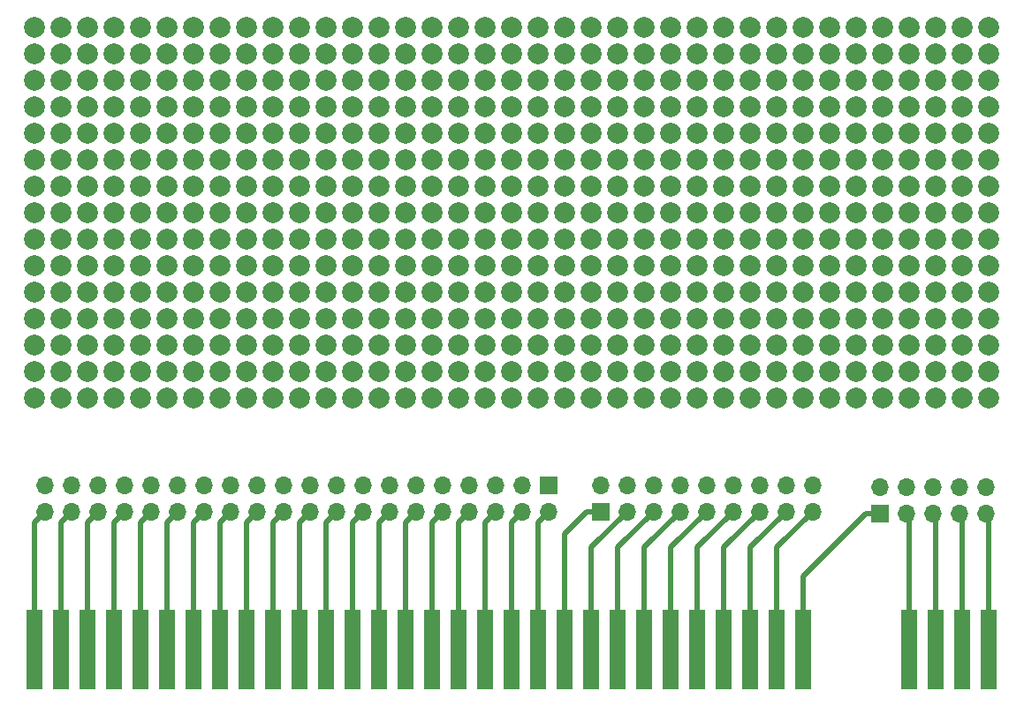
<source format=gbr>
G04 #@! TF.GenerationSoftware,KiCad,Pcbnew,(5.1.2)-1*
G04 #@! TF.CreationDate,2021-01-27T20:04:39+01:00*
G04 #@! TF.ProjectId,proto_simple,70726f74-6f5f-4736-996d-706c652e6b69,rev?*
G04 #@! TF.SameCoordinates,Original*
G04 #@! TF.FileFunction,Copper,L1,Top*
G04 #@! TF.FilePolarity,Positive*
%FSLAX46Y46*%
G04 Gerber Fmt 4.6, Leading zero omitted, Abs format (unit mm)*
G04 Created by KiCad (PCBNEW (5.1.2)-1) date 2021-01-27 20:04:39*
%MOMM*%
%LPD*%
G04 APERTURE LIST*
%ADD10C,2.000000*%
%ADD11R,1.524000X7.620000*%
%ADD12O,1.700000X1.700000*%
%ADD13R,1.700000X1.700000*%
%ADD14C,0.500000*%
G04 APERTURE END LIST*
D10*
X93624400Y27965400D03*
X91084400Y27965400D03*
X80924400Y27965400D03*
X88544400Y27965400D03*
X86004400Y27965400D03*
X83464400Y27965400D03*
X83464400Y30505400D03*
X88544400Y30505400D03*
X93624400Y30505400D03*
X86004400Y30505400D03*
X91084400Y30505400D03*
X80924400Y30505400D03*
X86004400Y63525400D03*
X80924400Y63525400D03*
X93624400Y63525400D03*
X83464400Y63525400D03*
X88544400Y63525400D03*
X91084400Y63525400D03*
X93624400Y53365400D03*
X83464400Y58445400D03*
X88544400Y53365400D03*
X91084400Y58445400D03*
X88544400Y60985400D03*
X80924400Y53365400D03*
X91084400Y53365400D03*
X86004400Y53365400D03*
X83464400Y53365400D03*
X86004400Y58445400D03*
X93624400Y58445400D03*
X88544400Y58445400D03*
X93624400Y55905400D03*
X83464400Y55905400D03*
X88544400Y55905400D03*
X83464400Y60985400D03*
X86004400Y60985400D03*
X80924400Y60985400D03*
X80924400Y55905400D03*
X91084400Y60985400D03*
X93624400Y60985400D03*
X80924400Y58445400D03*
X91084400Y55905400D03*
X91084400Y43205400D03*
X88544400Y43205400D03*
X88544400Y50825400D03*
X93624400Y48285400D03*
X86004400Y55905400D03*
X80924400Y43205400D03*
X83464400Y43205400D03*
X86004400Y48285400D03*
X86004400Y43205400D03*
X83464400Y48285400D03*
X91084400Y48285400D03*
X93624400Y43205400D03*
X80924400Y48285400D03*
X86004400Y50825400D03*
X80924400Y45745400D03*
X93624400Y50825400D03*
X83464400Y45745400D03*
X80924400Y50825400D03*
X91084400Y50825400D03*
X91084400Y45745400D03*
X83464400Y50825400D03*
X88544400Y45745400D03*
X93624400Y45745400D03*
X88544400Y48285400D03*
X83464400Y38125400D03*
X86004400Y38125400D03*
X91084400Y38125400D03*
X80924400Y38125400D03*
X93624400Y40665400D03*
X93624400Y38125400D03*
X83464400Y40665400D03*
X91084400Y40665400D03*
X86004400Y40665400D03*
X88544400Y38125400D03*
X80924400Y40665400D03*
X88544400Y40665400D03*
X86004400Y45745400D03*
X80924400Y35585400D03*
X83464400Y35585400D03*
X88544400Y33045400D03*
X91084400Y35585400D03*
X93624400Y33045400D03*
X86004400Y33045400D03*
X83464400Y33045400D03*
X91084400Y33045400D03*
X86004400Y35585400D03*
X88544400Y35585400D03*
X80924400Y33045400D03*
X93624400Y35585400D03*
X55524400Y27965400D03*
X22504400Y27965400D03*
X9804400Y27965400D03*
X45364400Y27965400D03*
X37744400Y27965400D03*
X27584400Y27965400D03*
X75844400Y27965400D03*
X2184400Y27965400D03*
X52984400Y27965400D03*
X78384400Y27965400D03*
X14884400Y27965400D03*
X32664400Y27965400D03*
X17424400Y27965400D03*
X4724400Y27965400D03*
X70764400Y27965400D03*
X35204400Y27965400D03*
X40284400Y27965400D03*
X42824400Y27965400D03*
X65684400Y27965400D03*
X30124400Y27965400D03*
X7264400Y27965400D03*
X25044400Y27965400D03*
X47904400Y27965400D03*
X12344400Y27965400D03*
X58064400Y27965400D03*
X50444400Y27965400D03*
X19964400Y27965400D03*
X63144400Y27965400D03*
X68224400Y27965400D03*
X60604400Y27965400D03*
X73304400Y27965400D03*
X14884400Y30505400D03*
X25044400Y30505400D03*
X30124400Y30505400D03*
X35204400Y30505400D03*
X22504400Y30505400D03*
X4724400Y30505400D03*
X37744400Y30505400D03*
X7264400Y30505400D03*
X12344400Y30505400D03*
X55524400Y30505400D03*
X9804400Y30505400D03*
X2184400Y30505400D03*
X19964400Y30505400D03*
X32664400Y30505400D03*
X17424400Y30505400D03*
X27584400Y30505400D03*
X68224400Y30505400D03*
X60604400Y30505400D03*
X78384400Y30505400D03*
X47904400Y30505400D03*
X52984400Y30505400D03*
X50444400Y30505400D03*
X73304400Y30505400D03*
X70764400Y30505400D03*
X63144400Y30505400D03*
X42824400Y30505400D03*
X40284400Y30505400D03*
X45364400Y30505400D03*
X58064400Y30505400D03*
X75844400Y30505400D03*
X65684400Y30505400D03*
X47904400Y63525400D03*
X63144400Y63525400D03*
X40284400Y63525400D03*
X58064400Y63525400D03*
X60604400Y63525400D03*
X65684400Y63525400D03*
X45364400Y63525400D03*
X32664400Y63525400D03*
X42824400Y63525400D03*
X50444400Y63525400D03*
X75844400Y63525400D03*
X7264400Y63525400D03*
X17424400Y63525400D03*
X25044400Y63525400D03*
X78384400Y63525400D03*
X68224400Y63525400D03*
X14884400Y63525400D03*
X2184400Y63525400D03*
X52984400Y63525400D03*
X19964400Y63525400D03*
X55524400Y63525400D03*
X9804400Y63525400D03*
X73304400Y63525400D03*
X22504400Y63525400D03*
X37744400Y63525400D03*
X30124400Y63525400D03*
X12344400Y63525400D03*
X35204400Y63525400D03*
X27584400Y63525400D03*
X4724400Y63525400D03*
X70764400Y63525400D03*
X42824400Y53365400D03*
X45364400Y53365400D03*
X47904400Y53365400D03*
X75844400Y53365400D03*
X50444400Y53365400D03*
X7264400Y53365400D03*
X25044400Y53365400D03*
X63144400Y53365400D03*
X60604400Y53365400D03*
X65684400Y53365400D03*
X32664400Y53365400D03*
X40284400Y53365400D03*
X58064400Y53365400D03*
X17424400Y53365400D03*
X78384400Y53365400D03*
X68224400Y53365400D03*
X14884400Y53365400D03*
X2184400Y53365400D03*
X19964400Y53365400D03*
X52984400Y53365400D03*
X73304400Y53365400D03*
X22504400Y53365400D03*
X9804400Y53365400D03*
X30124400Y53365400D03*
X4724400Y53365400D03*
X35204400Y53365400D03*
X70764400Y53365400D03*
X37744400Y53365400D03*
X27584400Y53365400D03*
X12344400Y53365400D03*
X55524400Y53365400D03*
X17424400Y58445400D03*
X68224400Y58445400D03*
X25044400Y60985400D03*
X45364400Y58445400D03*
X7264400Y58445400D03*
X37744400Y58445400D03*
X22504400Y58445400D03*
X2184400Y60985400D03*
X65684400Y58445400D03*
X35204400Y58445400D03*
X60604400Y58445400D03*
X73304400Y58445400D03*
X58064400Y58445400D03*
X47904400Y58445400D03*
X75844400Y58445400D03*
X32664400Y58445400D03*
X2184400Y58445400D03*
X14884400Y60985400D03*
X70764400Y60985400D03*
X55524400Y60985400D03*
X9804400Y58445400D03*
X50444400Y58445400D03*
X63144400Y58445400D03*
X9804400Y60985400D03*
X25044400Y58445400D03*
X55524400Y58445400D03*
X27584400Y58445400D03*
X19964400Y58445400D03*
X52984400Y58445400D03*
X12344400Y58445400D03*
X47904400Y60985400D03*
X42824400Y58445400D03*
X4724400Y58445400D03*
X40284400Y58445400D03*
X14884400Y58445400D03*
X70764400Y58445400D03*
X78384400Y58445400D03*
X30124400Y58445400D03*
X30124400Y60985400D03*
X40284400Y60985400D03*
X4724400Y60985400D03*
X60604400Y60985400D03*
X65684400Y60985400D03*
X58064400Y60985400D03*
X52984400Y60985400D03*
X22504400Y60985400D03*
X50444400Y60985400D03*
X35204400Y60985400D03*
X73304400Y60985400D03*
X68224400Y60985400D03*
X78384400Y60985400D03*
X17424400Y60985400D03*
X42824400Y60985400D03*
X37744400Y60985400D03*
X19964400Y60985400D03*
X75844400Y60985400D03*
X7264400Y60985400D03*
X12344400Y60985400D03*
X63144400Y60985400D03*
X45364400Y60985400D03*
X27584400Y60985400D03*
X32664400Y60985400D03*
X2184400Y55905400D03*
X14884400Y55905400D03*
X9804400Y55905400D03*
X70764400Y55905400D03*
X55524400Y55905400D03*
X47904400Y55905400D03*
X25044400Y55905400D03*
X50444400Y55905400D03*
X78384400Y55905400D03*
X42824400Y55905400D03*
X22504400Y55905400D03*
X37744400Y55905400D03*
X30124400Y55905400D03*
X19964400Y55905400D03*
X75844400Y55905400D03*
X7264400Y55905400D03*
X63144400Y55905400D03*
X60604400Y55905400D03*
X65684400Y55905400D03*
X32664400Y55905400D03*
X52984400Y55905400D03*
X73304400Y55905400D03*
X4724400Y55905400D03*
X35204400Y55905400D03*
X27584400Y55905400D03*
X12344400Y55905400D03*
X58064400Y55905400D03*
X45364400Y55905400D03*
X40284400Y55905400D03*
X68224400Y55905400D03*
X17424400Y55905400D03*
X42824400Y43205400D03*
X45364400Y43205400D03*
X47904400Y43205400D03*
X75844400Y43205400D03*
X50444400Y43205400D03*
X7264400Y43205400D03*
X25044400Y43205400D03*
X63144400Y43205400D03*
X60604400Y43205400D03*
X65684400Y43205400D03*
X32664400Y43205400D03*
X40284400Y43205400D03*
X58064400Y43205400D03*
X17424400Y43205400D03*
X78384400Y43205400D03*
X68224400Y43205400D03*
X14884400Y43205400D03*
X2184400Y43205400D03*
X19964400Y43205400D03*
X52984400Y43205400D03*
X73304400Y43205400D03*
X22504400Y43205400D03*
X9804400Y43205400D03*
X30124400Y43205400D03*
X4724400Y43205400D03*
X35204400Y43205400D03*
X70764400Y43205400D03*
X37744400Y43205400D03*
X27584400Y43205400D03*
X12344400Y43205400D03*
X55524400Y43205400D03*
X17424400Y48285400D03*
X68224400Y48285400D03*
X25044400Y50825400D03*
X45364400Y48285400D03*
X7264400Y48285400D03*
X37744400Y48285400D03*
X22504400Y48285400D03*
X2184400Y50825400D03*
X65684400Y48285400D03*
X35204400Y48285400D03*
X60604400Y48285400D03*
X73304400Y48285400D03*
X58064400Y48285400D03*
X47904400Y48285400D03*
X75844400Y48285400D03*
X32664400Y48285400D03*
X2184400Y48285400D03*
X14884400Y50825400D03*
X70764400Y50825400D03*
X55524400Y50825400D03*
X9804400Y48285400D03*
X50444400Y48285400D03*
X63144400Y48285400D03*
X9804400Y50825400D03*
X25044400Y48285400D03*
X55524400Y48285400D03*
X27584400Y48285400D03*
X19964400Y48285400D03*
X52984400Y48285400D03*
X12344400Y48285400D03*
X47904400Y50825400D03*
X42824400Y48285400D03*
X4724400Y48285400D03*
X40284400Y48285400D03*
X14884400Y48285400D03*
X70764400Y48285400D03*
X78384400Y48285400D03*
X30124400Y48285400D03*
X30124400Y50825400D03*
X40284400Y50825400D03*
X4724400Y50825400D03*
X60604400Y50825400D03*
X65684400Y50825400D03*
X58064400Y50825400D03*
X52984400Y50825400D03*
X22504400Y50825400D03*
X50444400Y50825400D03*
X35204400Y50825400D03*
X73304400Y50825400D03*
X68224400Y50825400D03*
X78384400Y50825400D03*
X17424400Y50825400D03*
X42824400Y50825400D03*
X37744400Y50825400D03*
X19964400Y50825400D03*
X75844400Y50825400D03*
X7264400Y50825400D03*
X12344400Y50825400D03*
X63144400Y50825400D03*
X45364400Y50825400D03*
X27584400Y50825400D03*
X32664400Y50825400D03*
X2184400Y45745400D03*
X14884400Y45745400D03*
X9804400Y45745400D03*
X70764400Y45745400D03*
X55524400Y45745400D03*
X47904400Y45745400D03*
X25044400Y45745400D03*
X50444400Y45745400D03*
X78384400Y45745400D03*
X42824400Y45745400D03*
X22504400Y45745400D03*
X37744400Y45745400D03*
X30124400Y45745400D03*
X19964400Y45745400D03*
X75844400Y45745400D03*
X7264400Y45745400D03*
X63144400Y45745400D03*
X60604400Y45745400D03*
X65684400Y45745400D03*
X32664400Y45745400D03*
X52984400Y45745400D03*
X73304400Y45745400D03*
X4724400Y45745400D03*
X35204400Y45745400D03*
X27584400Y45745400D03*
X12344400Y45745400D03*
X58064400Y45745400D03*
X45364400Y45745400D03*
X40284400Y45745400D03*
X68224400Y45745400D03*
X17424400Y45745400D03*
X42824400Y38125400D03*
X45364400Y38125400D03*
X47904400Y38125400D03*
X75844400Y38125400D03*
X50444400Y38125400D03*
X7264400Y38125400D03*
X25044400Y38125400D03*
X63144400Y38125400D03*
X60604400Y38125400D03*
X65684400Y38125400D03*
X32664400Y38125400D03*
X40284400Y38125400D03*
X58064400Y38125400D03*
X17424400Y38125400D03*
X78384400Y38125400D03*
X68224400Y38125400D03*
X14884400Y38125400D03*
X2184400Y38125400D03*
X19964400Y38125400D03*
X52984400Y38125400D03*
X73304400Y38125400D03*
X22504400Y38125400D03*
X9804400Y38125400D03*
X30124400Y38125400D03*
X4724400Y38125400D03*
X35204400Y38125400D03*
X70764400Y38125400D03*
X37744400Y38125400D03*
X27584400Y38125400D03*
X12344400Y38125400D03*
X55524400Y38125400D03*
X2184400Y40665400D03*
X14884400Y40665400D03*
X9804400Y40665400D03*
X70764400Y40665400D03*
X55524400Y40665400D03*
X47904400Y40665400D03*
X25044400Y40665400D03*
X50444400Y40665400D03*
X78384400Y40665400D03*
X42824400Y40665400D03*
X22504400Y40665400D03*
X37744400Y40665400D03*
X30124400Y40665400D03*
X19964400Y40665400D03*
X75844400Y40665400D03*
X7264400Y40665400D03*
X63144400Y40665400D03*
X60604400Y40665400D03*
X65684400Y40665400D03*
X32664400Y40665400D03*
X52984400Y40665400D03*
X73304400Y40665400D03*
X4724400Y40665400D03*
X35204400Y40665400D03*
X27584400Y40665400D03*
X12344400Y40665400D03*
X58064400Y40665400D03*
X45364400Y40665400D03*
X40284400Y40665400D03*
X68224400Y40665400D03*
X17424400Y40665400D03*
X42824400Y35585400D03*
X45364400Y35585400D03*
X47904400Y35585400D03*
X75844400Y35585400D03*
X50444400Y35585400D03*
X7264400Y35585400D03*
X25044400Y35585400D03*
X63144400Y35585400D03*
X60604400Y35585400D03*
X65684400Y35585400D03*
X32664400Y35585400D03*
X40284400Y35585400D03*
X58064400Y35585400D03*
X17424400Y35585400D03*
X78384400Y35585400D03*
X68224400Y35585400D03*
X14884400Y35585400D03*
X2184400Y35585400D03*
X19964400Y35585400D03*
X52984400Y35585400D03*
X73304400Y35585400D03*
X22504400Y35585400D03*
X9804400Y35585400D03*
X30124400Y35585400D03*
X4724400Y35585400D03*
X35204400Y35585400D03*
X70764400Y35585400D03*
X37744400Y35585400D03*
X27584400Y35585400D03*
X12344400Y35585400D03*
X55524400Y35585400D03*
X2184400Y33045400D03*
X4724400Y33045400D03*
X7264400Y33045400D03*
X35204400Y33045400D03*
X9804400Y33045400D03*
X22504400Y33045400D03*
X19964400Y33045400D03*
X25044400Y33045400D03*
X17424400Y33045400D03*
X37744400Y33045400D03*
X27584400Y33045400D03*
X12344400Y33045400D03*
X32664400Y33045400D03*
X30124400Y33045400D03*
X14884400Y33045400D03*
X55524400Y33045400D03*
X42824400Y33045400D03*
X40284400Y33045400D03*
X45364400Y33045400D03*
X58064400Y33045400D03*
X47904400Y33045400D03*
X52984400Y33045400D03*
X50444400Y33045400D03*
X65684400Y33045400D03*
X68224400Y33045400D03*
X63144400Y33045400D03*
X60604400Y33045400D03*
X70764400Y33045400D03*
X73304400Y33045400D03*
X75844400Y33045400D03*
X78384400Y33045400D03*
D11*
X70764400Y3835400D03*
X45364400Y3835400D03*
X42824400Y3835400D03*
X65684400Y3835400D03*
X37744400Y3835400D03*
X25044400Y3835400D03*
X60604400Y3835400D03*
X52984400Y3835400D03*
X7264400Y3835400D03*
X91084400Y3835400D03*
X88544400Y3835400D03*
X73304400Y3835400D03*
X75844400Y3835400D03*
X14884400Y3835400D03*
X22504400Y3835400D03*
X50444400Y3835400D03*
X12344400Y3835400D03*
X17424400Y3835400D03*
X27584400Y3835400D03*
X58064400Y3835400D03*
X86004400Y3835400D03*
X35204400Y3835400D03*
X19964400Y3835400D03*
X30124400Y3835400D03*
X63144400Y3835400D03*
X47904400Y3835400D03*
X32664400Y3835400D03*
X2184400Y3835400D03*
X55524400Y3835400D03*
X93624400Y3835400D03*
X9804400Y3835400D03*
X4724400Y3835400D03*
X68224400Y3835400D03*
X40284400Y3835400D03*
D12*
X3175000Y17018000D03*
X3175000Y19558000D03*
X5715000Y17018000D03*
X5715000Y19558000D03*
X8255000Y17018000D03*
X8255000Y19558000D03*
X10795000Y17018000D03*
X10795000Y19558000D03*
X13335000Y17018000D03*
X13335000Y19558000D03*
X15875000Y17018000D03*
X15875000Y19558000D03*
X18415000Y17018000D03*
X18415000Y19558000D03*
X20955000Y17018000D03*
X20955000Y19558000D03*
X23495000Y17018000D03*
X23495000Y19558000D03*
X26035000Y17018000D03*
X26035000Y19558000D03*
X28575000Y17018000D03*
X28575000Y19558000D03*
X31115000Y17018000D03*
X31115000Y19558000D03*
X33655000Y17018000D03*
X33655000Y19558000D03*
X36195000Y17018000D03*
X36195000Y19558000D03*
X38735000Y17018000D03*
X38735000Y19558000D03*
X41275000Y17018000D03*
X41275000Y19558000D03*
X43815000Y17018000D03*
X43815000Y19558000D03*
X46355000Y17018000D03*
X46355000Y19558000D03*
X48895000Y17018000D03*
X48895000Y19558000D03*
X51435000Y17018000D03*
D13*
X51435000Y19558000D03*
D12*
X76708000Y19558000D03*
X76708000Y17018000D03*
X74168000Y19558000D03*
X74168000Y17018000D03*
X71628000Y19558000D03*
X71628000Y17018000D03*
X69088000Y19558000D03*
X69088000Y17018000D03*
X66548000Y19558000D03*
X66548000Y17018000D03*
X64008000Y19558000D03*
X64008000Y17018000D03*
X61468000Y19558000D03*
X61468000Y17018000D03*
X58928000Y19558000D03*
X58928000Y17018000D03*
X56388000Y19558000D03*
D13*
X56388000Y17018000D03*
D12*
X93345000Y19431000D03*
X93345000Y16891000D03*
X90805000Y19431000D03*
X90805000Y16891000D03*
X88265000Y19431000D03*
X88265000Y16891000D03*
X85725000Y19431000D03*
X85725000Y16891000D03*
X83185000Y19431000D03*
D13*
X83185000Y16891000D03*
D14*
X2184400Y16027400D02*
X3175000Y17018000D01*
X2184400Y3835400D02*
X2184400Y16027400D01*
X4724400Y16027400D02*
X5715000Y17018000D01*
X4724400Y3835400D02*
X4724400Y16027400D01*
X7264400Y16027400D02*
X8255000Y17018000D01*
X7264400Y3835400D02*
X7264400Y16027400D01*
X9804400Y16027400D02*
X10795000Y17018000D01*
X9804400Y3835400D02*
X9804400Y16027400D01*
X12344400Y16027400D02*
X13335000Y17018000D01*
X12344400Y3835400D02*
X12344400Y16027400D01*
X14884400Y16027400D02*
X15875000Y17018000D01*
X14884400Y3835400D02*
X14884400Y16027400D01*
X17424400Y16027400D02*
X18415000Y17018000D01*
X17424400Y3835400D02*
X17424400Y16027400D01*
X19964400Y16027400D02*
X20955000Y17018000D01*
X19964400Y3835400D02*
X19964400Y16027400D01*
X22504400Y16027400D02*
X23495000Y17018000D01*
X22504400Y3835400D02*
X22504400Y16027400D01*
X25044400Y16027400D02*
X26035000Y17018000D01*
X25044400Y3835400D02*
X25044400Y16027400D01*
X27584400Y16027400D02*
X28575000Y17018000D01*
X27584400Y3835400D02*
X27584400Y16027400D01*
X30124400Y16027400D02*
X31115000Y17018000D01*
X30124400Y3835400D02*
X30124400Y16027400D01*
X32664400Y16027400D02*
X33655000Y17018000D01*
X32664400Y3835400D02*
X32664400Y16027400D01*
X35204400Y16027400D02*
X36195000Y17018000D01*
X35204400Y3835400D02*
X35204400Y16027400D01*
X37744400Y16027400D02*
X38735000Y17018000D01*
X37744400Y3835400D02*
X37744400Y16027400D01*
X40284400Y16027400D02*
X41275000Y17018000D01*
X40284400Y3835400D02*
X40284400Y16027400D01*
X42824400Y16027400D02*
X43815000Y17018000D01*
X42824400Y3835400D02*
X42824400Y16027400D01*
X45364400Y16027400D02*
X46355000Y17018000D01*
X45364400Y3835400D02*
X45364400Y16027400D01*
X47904400Y16027400D02*
X48895000Y17018000D01*
X47904400Y3835400D02*
X47904400Y16027400D01*
X50585001Y16168001D02*
X51435000Y17018000D01*
X50444400Y16027400D02*
X50585001Y16168001D01*
X50444400Y3835400D02*
X50444400Y16027400D01*
X73304400Y13614400D02*
X76708000Y17018000D01*
X73304400Y3835400D02*
X73304400Y13614400D01*
X70764400Y13614400D02*
X74168000Y17018000D01*
X70764400Y3835400D02*
X70764400Y13614400D01*
X68224400Y13614400D02*
X71628000Y17018000D01*
X68224400Y3835400D02*
X68224400Y13614400D01*
X65684400Y13614400D02*
X69088000Y17018000D01*
X65684400Y3835400D02*
X65684400Y13614400D01*
X63144400Y13614400D02*
X66548000Y17018000D01*
X63144400Y3835400D02*
X63144400Y13614400D01*
X60604400Y13614400D02*
X64008000Y17018000D01*
X60604400Y3835400D02*
X60604400Y13614400D01*
X58064400Y13614400D02*
X61468000Y17018000D01*
X58064400Y3835400D02*
X58064400Y13614400D01*
X55524400Y13614400D02*
X58928000Y17018000D01*
X55524400Y3835400D02*
X55524400Y13614400D01*
X55038000Y17018000D02*
X56388000Y17018000D01*
X52984400Y14964400D02*
X55038000Y17018000D01*
X52984400Y3835400D02*
X52984400Y14964400D01*
X93624400Y16611600D02*
X93345000Y16891000D01*
X93624400Y3835400D02*
X93624400Y16611600D01*
X91084400Y16611600D02*
X90805000Y16891000D01*
X91084400Y3835400D02*
X91084400Y16611600D01*
X88544400Y16611600D02*
X88265000Y16891000D01*
X88544400Y3835400D02*
X88544400Y16611600D01*
X86004400Y16611600D02*
X85725000Y16891000D01*
X86004400Y3835400D02*
X86004400Y16611600D01*
X81835000Y16891000D02*
X83185000Y16891000D01*
X75844400Y10900400D02*
X81835000Y16891000D01*
X75844400Y3835400D02*
X75844400Y10900400D01*
M02*

</source>
